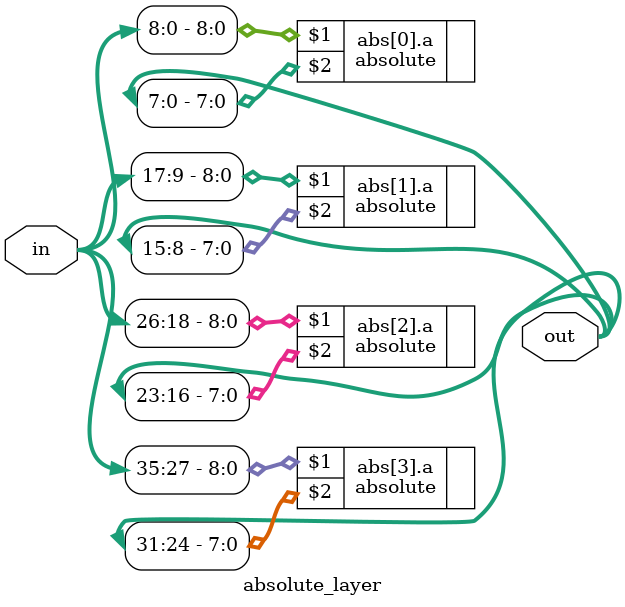
<source format=v>
module absolute_layer(in, out);

parameter WIDTH=8;
parameter INPUTS=4;

input signed [(WIDTH+1)*INPUTS-1:0] in;
output [WIDTH*INPUTS-1:0] out;

generate
	genvar i;
	
	for(i=0;i<INPUTS;i=i+1) begin : abs
		absolute #(WIDTH) a(in[(i+1)*(WIDTH+1)-1:i*(WIDTH+1)], out[(i+1)*WIDTH-1:i*WIDTH]);
	end
endgenerate

endmodule

</source>
